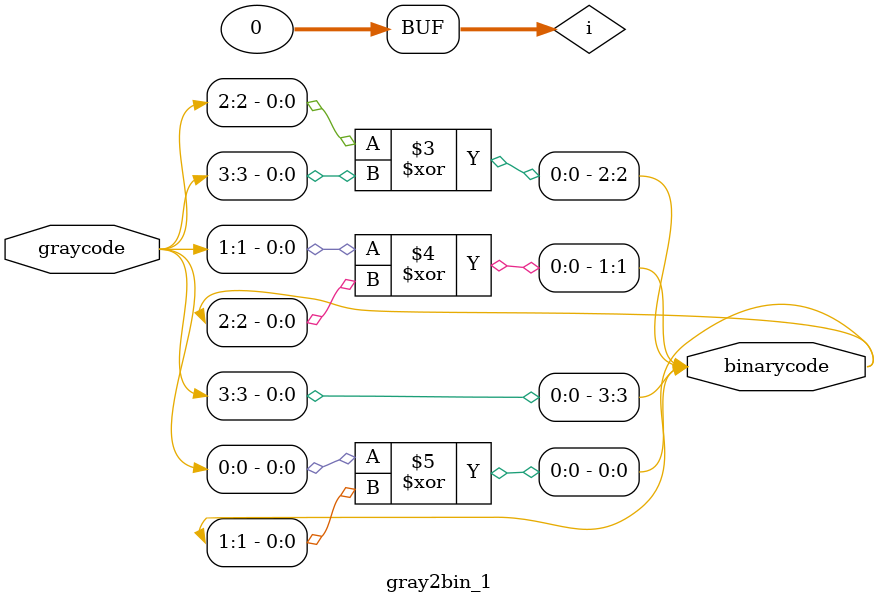
<source format=v>
module gray2bin_1 (binarycode, graycode); 
  parameter n = 4;      // this module is parameterizable 
  output reg [n-1:0] binarycode; 
  input  [n-1:0] graycode; 
  integer i;
  always @ (graycode)
     begin
          binarycode[n-1]=graycode[n-1];
          for(i=n-1;i>0;i=i-1)
          binarycode[i-1]=graycode[i-1] ^ binarycode[i];//比较节省空间
     end
endmodule

</source>
